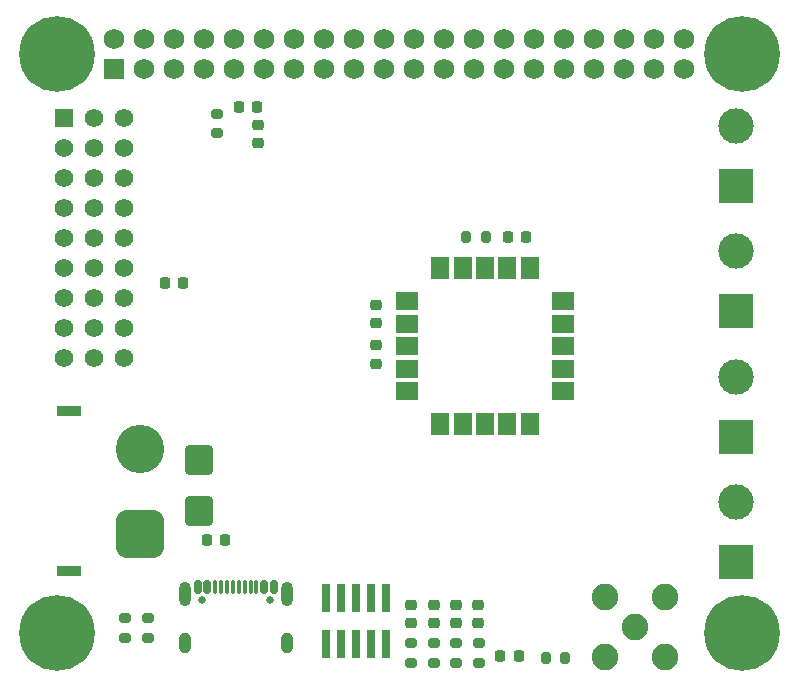
<source format=gbr>
%TF.GenerationSoftware,KiCad,Pcbnew,9.0.2+dfsg-1*%
%TF.CreationDate,2025-11-29T03:23:52-08:00*%
%TF.ProjectId,rc-plane,72632d70-6c61-46e6-952e-6b696361645f,rev?*%
%TF.SameCoordinates,Original*%
%TF.FileFunction,Soldermask,Top*%
%TF.FilePolarity,Negative*%
%FSLAX46Y46*%
G04 Gerber Fmt 4.6, Leading zero omitted, Abs format (unit mm)*
G04 Created by KiCad (PCBNEW 9.0.2+dfsg-1) date 2025-11-29 03:23:52*
%MOMM*%
%LPD*%
G01*
G04 APERTURE LIST*
G04 Aperture macros list*
%AMRoundRect*
0 Rectangle with rounded corners*
0 $1 Rounding radius*
0 $2 $3 $4 $5 $6 $7 $8 $9 X,Y pos of 4 corners*
0 Add a 4 corners polygon primitive as box body*
4,1,4,$2,$3,$4,$5,$6,$7,$8,$9,$2,$3,0*
0 Add four circle primitives for the rounded corners*
1,1,$1+$1,$2,$3*
1,1,$1+$1,$4,$5*
1,1,$1+$1,$6,$7*
1,1,$1+$1,$8,$9*
0 Add four rect primitives between the rounded corners*
20,1,$1+$1,$2,$3,$4,$5,0*
20,1,$1+$1,$4,$5,$6,$7,0*
20,1,$1+$1,$6,$7,$8,$9,0*
20,1,$1+$1,$8,$9,$2,$3,0*%
G04 Aperture macros list end*
%ADD10RoundRect,0.200000X-0.200000X-0.275000X0.200000X-0.275000X0.200000X0.275000X-0.200000X0.275000X0*%
%ADD11RoundRect,0.225000X-0.225000X-0.250000X0.225000X-0.250000X0.225000X0.250000X-0.225000X0.250000X0*%
%ADD12RoundRect,0.200000X-0.275000X0.200000X-0.275000X-0.200000X0.275000X-0.200000X0.275000X0.200000X0*%
%ADD13RoundRect,0.102000X-0.685000X0.685000X-0.685000X-0.685000X0.685000X-0.685000X0.685000X0.685000X0*%
%ADD14C,1.574000*%
%ADD15RoundRect,0.200000X0.275000X-0.200000X0.275000X0.200000X-0.275000X0.200000X-0.275000X-0.200000X0*%
%ADD16RoundRect,0.102000X-0.762000X-0.762000X0.762000X-0.762000X0.762000X0.762000X-0.762000X0.762000X0*%
%ADD17C,1.728000*%
%ADD18C,6.404000*%
%ADD19RoundRect,0.225000X-0.250000X0.225000X-0.250000X-0.225000X0.250000X-0.225000X0.250000X0.225000X0*%
%ADD20RoundRect,0.218750X-0.256250X0.218750X-0.256250X-0.218750X0.256250X-0.218750X0.256250X0.218750X0*%
%ADD21R,3.000000X3.000000*%
%ADD22C,3.000000*%
%ADD23RoundRect,0.250000X0.900000X-1.000000X0.900000X1.000000X-0.900000X1.000000X-0.900000X-1.000000X0*%
%ADD24RoundRect,0.218750X0.218750X0.256250X-0.218750X0.256250X-0.218750X-0.256250X0.218750X-0.256250X0*%
%ADD25C,2.250000*%
%ADD26C,0.650000*%
%ADD27RoundRect,0.150000X-0.150000X-0.425000X0.150000X-0.425000X0.150000X0.425000X-0.150000X0.425000X0*%
%ADD28RoundRect,0.075000X-0.075000X-0.500000X0.075000X-0.500000X0.075000X0.500000X-0.075000X0.500000X0*%
%ADD29O,1.000000X2.100000*%
%ADD30O,1.000000X1.800000*%
%ADD31RoundRect,0.000001X-0.900000X-0.750000X0.900000X-0.750000X0.900000X0.750000X-0.900000X0.750000X0*%
%ADD32RoundRect,0.000001X-0.750000X-0.900000X0.750000X-0.900000X0.750000X0.900000X-0.750000X0.900000X0*%
%ADD33R,0.740000X2.400000*%
%ADD34RoundRect,0.225000X0.225000X0.250000X-0.225000X0.250000X-0.225000X-0.250000X0.225000X-0.250000X0*%
%ADD35R,2.000000X0.900000*%
%ADD36RoundRect,1.025000X1.025000X-1.025000X1.025000X1.025000X-1.025000X1.025000X-1.025000X-1.025000X0*%
%ADD37C,4.100000*%
%ADD38RoundRect,0.225000X0.250000X-0.225000X0.250000X0.225000X-0.250000X0.225000X-0.250000X-0.225000X0*%
G04 APERTURE END LIST*
D10*
%TO.C,R2*%
X122875000Y-103600000D03*
X124525000Y-103600000D03*
%TD*%
D11*
%TO.C,C51*%
X94175000Y-93650000D03*
X95725000Y-93650000D03*
%TD*%
D12*
%TO.C,R44*%
X95100000Y-57550000D03*
X95100000Y-59200000D03*
%TD*%
D13*
%TO.C,J9*%
X82070000Y-57940000D03*
D14*
X84610000Y-57940000D03*
X87150000Y-57940000D03*
X82070000Y-60480000D03*
X84610000Y-60480000D03*
X87150000Y-60480000D03*
X82070000Y-63020000D03*
X84610000Y-63020000D03*
X87150000Y-63020000D03*
X82070000Y-65560000D03*
X84610000Y-65560000D03*
X87150000Y-65560000D03*
X82070000Y-68100000D03*
X84610000Y-68100000D03*
X87150000Y-68100000D03*
X82070000Y-70640000D03*
X84610000Y-70640000D03*
X87150000Y-70640000D03*
X82070000Y-73180000D03*
X84610000Y-73180000D03*
X87150000Y-73180000D03*
X82070000Y-75720000D03*
X84610000Y-75720000D03*
X87150000Y-75720000D03*
X82070000Y-78260000D03*
X84610000Y-78260000D03*
X87150000Y-78260000D03*
%TD*%
D15*
%TO.C,R17*%
X111510000Y-104050000D03*
X111510000Y-102400000D03*
%TD*%
D16*
%TO.C,U10*%
X86370000Y-53770000D03*
D17*
X86370000Y-51230000D03*
X88910000Y-53770000D03*
X88910000Y-51230000D03*
X91450000Y-53770000D03*
X91450000Y-51230000D03*
X93990000Y-53770000D03*
X93990000Y-51230000D03*
X96530000Y-53770000D03*
X96530000Y-51230000D03*
X99070000Y-53770000D03*
X99070000Y-51230000D03*
X101610000Y-53770000D03*
X101610000Y-51230000D03*
X104150000Y-53770000D03*
X104150000Y-51230000D03*
X106690000Y-53770000D03*
X106690000Y-51230000D03*
X109230000Y-53770000D03*
X109230000Y-51230000D03*
X111770000Y-53770000D03*
X111770000Y-51230000D03*
X114310000Y-53770000D03*
X114310000Y-51230000D03*
X116850000Y-53770000D03*
X116850000Y-51230000D03*
X119390000Y-53770000D03*
X119390000Y-51230000D03*
X121930000Y-53770000D03*
X121930000Y-51230000D03*
X124470000Y-53770000D03*
X124470000Y-51230000D03*
X127010000Y-53770000D03*
X127010000Y-51230000D03*
X129550000Y-53770000D03*
X129550000Y-51230000D03*
X132090000Y-53770000D03*
X132090000Y-51230000D03*
X134630000Y-53770000D03*
X134630000Y-51230000D03*
D18*
X81500000Y-52500000D03*
X139500000Y-52500000D03*
X139500000Y-101500000D03*
X81500000Y-101500000D03*
%TD*%
D19*
%TO.C,C35*%
X98500000Y-58475000D03*
X98500000Y-60025000D03*
%TD*%
D10*
%TO.C,R45*%
X116175000Y-68000000D03*
X117825000Y-68000000D03*
%TD*%
D20*
%TO.C,D8*%
X111510000Y-99125000D03*
X111510000Y-100700000D03*
%TD*%
D19*
%TO.C,C22*%
X108500000Y-77175000D03*
X108500000Y-78725000D03*
%TD*%
D21*
%TO.C,J6*%
X139000000Y-84890000D03*
D22*
X139000000Y-79810000D03*
%TD*%
D21*
%TO.C,J4*%
X139000000Y-95490000D03*
D22*
X139000000Y-90410000D03*
%TD*%
D23*
%TO.C,D1*%
X93550000Y-91150000D03*
X93550000Y-86850000D03*
%TD*%
D21*
%TO.C,J2*%
X139000000Y-63690000D03*
D22*
X139000000Y-58610000D03*
%TD*%
D24*
%TO.C,D10*%
X98475000Y-57000000D03*
X96900000Y-57000000D03*
%TD*%
D12*
%TO.C,R21*%
X87300000Y-100275000D03*
X87300000Y-101925000D03*
%TD*%
D21*
%TO.C,J8*%
X139000000Y-74280000D03*
D22*
X139000000Y-69200000D03*
%TD*%
D12*
%TO.C,R20*%
X89200000Y-100275000D03*
X89200000Y-101925000D03*
%TD*%
D20*
%TO.C,D2*%
X117200000Y-99125000D03*
X117200000Y-100700000D03*
%TD*%
%TO.C,D7*%
X113410000Y-99125000D03*
X113410000Y-100700000D03*
%TD*%
D25*
%TO.C,J3*%
X130440000Y-101040000D03*
X132980000Y-103580000D03*
X132980000Y-98500000D03*
X127900000Y-103580000D03*
X127900000Y-98500000D03*
%TD*%
D26*
%TO.C,J7*%
X93760000Y-98710000D03*
X99540000Y-98710000D03*
D27*
X93450000Y-97635000D03*
X94250000Y-97635000D03*
D28*
X95400000Y-97635000D03*
X96400000Y-97635000D03*
X96900000Y-97635000D03*
X97900000Y-97635000D03*
D27*
X99050000Y-97635000D03*
X99850000Y-97635000D03*
X99850000Y-97635000D03*
X99050000Y-97635000D03*
D28*
X98400000Y-97635000D03*
X97400000Y-97635000D03*
X95900000Y-97635000D03*
X94900000Y-97635000D03*
D27*
X94250000Y-97635000D03*
X93450000Y-97635000D03*
D29*
X92330000Y-98210000D03*
D30*
X92330000Y-102390000D03*
D29*
X100970000Y-98210000D03*
D30*
X100970000Y-102390000D03*
%TD*%
D31*
%TO.C,U3*%
X111150000Y-73425000D03*
X111150000Y-75325000D03*
X111150000Y-77225000D03*
X111150000Y-79125000D03*
X111150000Y-81025000D03*
D32*
X113950000Y-83825000D03*
X115850000Y-83825000D03*
X117750000Y-83825000D03*
X119650000Y-83825000D03*
X121550000Y-83825000D03*
D31*
X124350000Y-81025000D03*
X124350000Y-79125000D03*
X124350000Y-77225000D03*
X124350000Y-75325000D03*
X124350000Y-73425000D03*
D32*
X121550000Y-70625000D03*
X119650000Y-70625000D03*
X117750000Y-70625000D03*
X115850000Y-70625000D03*
X113950000Y-70625000D03*
%TD*%
D33*
%TO.C,J5*%
X104260000Y-102450000D03*
X104260000Y-98550000D03*
X105530000Y-102450000D03*
X105530000Y-98550000D03*
X106800000Y-102450000D03*
X106800000Y-98550000D03*
X108070000Y-102450000D03*
X108070000Y-98550000D03*
X109340000Y-102450000D03*
X109340000Y-98550000D03*
%TD*%
D20*
%TO.C,D3*%
X115310000Y-99125000D03*
X115310000Y-100700000D03*
%TD*%
D34*
%TO.C,C9*%
X120600000Y-103500000D03*
X119050000Y-103500000D03*
%TD*%
D11*
%TO.C,C43*%
X90650000Y-71900000D03*
X92200000Y-71900000D03*
%TD*%
D35*
%TO.C,J1*%
X82550000Y-96250000D03*
X82550000Y-82750000D03*
D36*
X88550000Y-93100000D03*
D37*
X88550000Y-85900000D03*
%TD*%
D15*
%TO.C,R9*%
X117210000Y-104025000D03*
X117210000Y-102375000D03*
%TD*%
%TO.C,R10*%
X115310000Y-104025000D03*
X115310000Y-102375000D03*
%TD*%
%TO.C,R16*%
X113410000Y-104025000D03*
X113410000Y-102375000D03*
%TD*%
D38*
%TO.C,C23*%
X108500000Y-75275000D03*
X108500000Y-73725000D03*
%TD*%
D11*
%TO.C,C24*%
X119700000Y-67975000D03*
X121250000Y-67975000D03*
%TD*%
M02*

</source>
